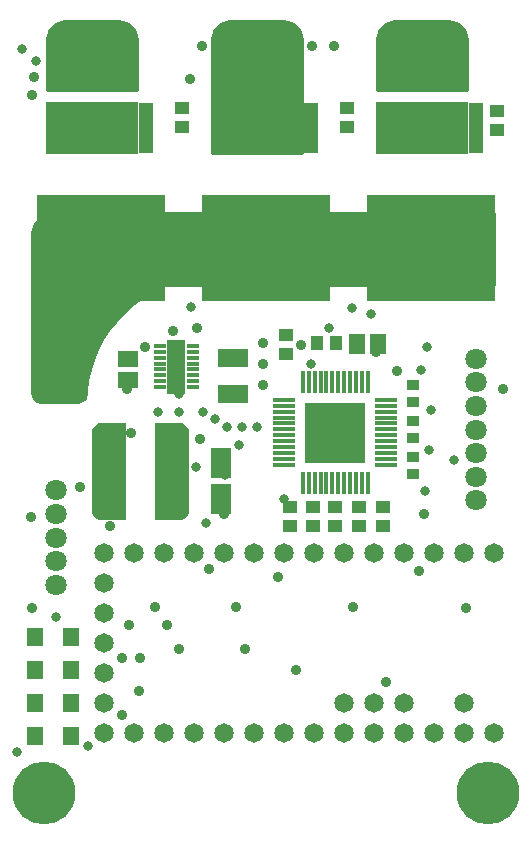
<source format=gts>
G04 Layer_Color=8388736*
%FSAX24Y24*%
%MOIN*%
G70*
G01*
G75*
%ADD49R,0.0560X0.0640*%
%ADD50R,0.1005X0.0592*%
G04:AMPARAMS|DCode=51|XSize=114.3mil|YSize=323mil|CornerRadius=57.2mil|HoleSize=0mil|Usage=FLASHONLY|Rotation=0.000|XOffset=0mil|YOffset=0mil|HoleType=Round|Shape=RoundedRectangle|*
%AMROUNDEDRECTD51*
21,1,0.1143,0.2087,0,0,0.0*
21,1,0.0000,0.3230,0,0,0.0*
1,1,0.1143,0.0000,-0.1043*
1,1,0.1143,0.0000,-0.1043*
1,1,0.1143,0.0000,0.1043*
1,1,0.1143,0.0000,0.1043*
%
%ADD51ROUNDEDRECTD51*%
%ADD52R,0.0474X0.0434*%
%ADD53R,0.2049X0.2049*%
%ADD54R,0.0729X0.0178*%
%ADD55R,0.0178X0.0729*%
%ADD56R,0.0690X0.1025*%
%ADD57R,0.0651X0.0533*%
%ADD58R,0.0414X0.0158*%
%ADD59R,0.0647X0.1792*%
%ADD60R,0.0434X0.0474*%
%ADD61R,0.0533X0.0651*%
%ADD62R,0.4253X0.3545*%
%ADD63R,0.0453X0.1674*%
%ADD64R,0.0434X0.0356*%
%ADD65R,0.3085X0.1780*%
%ADD66C,0.0710*%
%ADD67C,0.0650*%
%ADD68C,0.2090*%
%ADD69C,0.0360*%
%ADD70C,0.0320*%
%ADD71C,0.0180*%
G36*
X067805Y034340D02*
X067810Y034339D01*
X067815Y034337D01*
X067820Y034335D01*
X067824Y034332D01*
X067828Y034328D01*
X067832Y034324D01*
X067835Y034320D01*
X067837Y034315D01*
X067839Y034310D01*
X067840Y034305D01*
X067840Y034300D01*
Y031900D01*
X067840Y031895D01*
X067839Y031890D01*
X067837Y031885D01*
X067835Y031880D01*
X067832Y031876D01*
X067828Y031872D01*
X067824Y031868D01*
X067820Y031865D01*
X067815Y031863D01*
X067810Y031861D01*
X067805Y031860D01*
X067800Y031860D01*
X056723Y031860D01*
X056659Y031829D01*
X056446Y031713D01*
X056225Y031554D01*
X056156Y031496D01*
X056156Y031496D01*
X056155Y031495D01*
X056154Y031495D01*
X056153Y031494D01*
X056151Y031493D01*
X056039Y031420D01*
X055717Y031178D01*
X055450Y030934D01*
X055205Y030667D01*
X054985Y030380D01*
X054791Y030074D01*
X054624Y029753D01*
X054485Y029419D01*
X054376Y029074D01*
X054298Y028721D01*
X054257Y028399D01*
X054249Y028292D01*
X054249Y028292D01*
X054249Y028292D01*
X054249Y028292D01*
X054249Y028291D01*
X054247Y028256D01*
X054247Y028256D01*
X054246Y028255D01*
X054246Y028253D01*
X054246Y028251D01*
X054246Y028251D01*
X054246Y028250D01*
X054245Y028248D01*
X054244Y028246D01*
X054244Y028245D01*
X054244Y028245D01*
X054207Y028144D01*
X054207Y028143D01*
X054207Y028142D01*
X054206Y028140D01*
X054205Y028139D01*
X054205Y028138D01*
X054204Y028137D01*
X054204Y028136D01*
X054203Y028134D01*
X054202Y028134D01*
X054202Y028133D01*
X054151Y028067D01*
X054147Y028063D01*
X054143Y028059D01*
X054077Y028008D01*
X054074Y028006D01*
X054073Y028005D01*
X054068Y028003D01*
X053991Y027971D01*
X053986Y027969D01*
X053981Y027968D01*
X053919Y027960D01*
X053913Y027960D01*
X053893D01*
X052700Y027960D01*
X052700Y027960D01*
X052680D01*
X052675Y027960D01*
X052616Y027968D01*
X052616D01*
X052611Y027969D01*
X052610Y027970D01*
X052606Y027971D01*
X052606Y027971D01*
X052533Y028001D01*
X052533Y028001D01*
X052529Y028003D01*
X052524Y028006D01*
X052462Y028054D01*
X052458Y028058D01*
X052454Y028062D01*
X052406Y028124D01*
X052403Y028129D01*
X052401Y028133D01*
X052371Y028206D01*
X052371Y028206D01*
X052370Y028210D01*
X052369Y028211D01*
X052368Y028216D01*
Y028216D01*
X052360Y028275D01*
X052360Y028280D01*
Y028300D01*
Y033600D01*
Y033600D01*
Y033634D01*
X052360Y033636D01*
X052360Y033638D01*
X052370Y033741D01*
X052370Y033742D01*
X052371Y033744D01*
X052371Y033745D01*
X052371Y033746D01*
X052371Y033748D01*
X052372Y033749D01*
X052412Y033881D01*
X052412Y033882D01*
X052413Y033883D01*
X052413Y033884D01*
X052414Y033886D01*
X052414Y033887D01*
X052415Y033888D01*
X052480Y034010D01*
X052481Y034011D01*
X052481Y034012D01*
X052482Y034013D01*
X052483Y034014D01*
X052483Y034015D01*
X052484Y034016D01*
X052572Y034123D01*
X052573Y034124D01*
X052573Y034125D01*
X052574Y034126D01*
X052575Y034127D01*
X052576Y034127D01*
X052577Y034128D01*
X052684Y034216D01*
X052685Y034217D01*
X052686Y034217D01*
X052687Y034218D01*
X052688Y034219D01*
X052689Y034220D01*
X052690Y034220D01*
X052812Y034285D01*
X052813Y034286D01*
X052814Y034286D01*
X052816Y034287D01*
X052817Y034287D01*
X052818Y034288D01*
X052819Y034288D01*
X052951Y034328D01*
X052952Y034329D01*
X052954Y034329D01*
X052955Y034329D01*
X052956Y034329D01*
X052958Y034330D01*
X052959Y034330D01*
X053062Y034340D01*
X053064Y034340D01*
X053066Y034340D01*
X053100D01*
X067800Y034340D01*
X067805Y034340D01*
D02*
G37*
G36*
X055493Y027315D02*
X055499Y027314D01*
X055504Y027312D01*
X055508Y027310D01*
X055513Y027307D01*
X055517Y027303D01*
X055520Y027299D01*
X055523Y027295D01*
X055525Y027290D01*
X055527Y027285D01*
X055528Y027280D01*
X055528Y027275D01*
Y024125D01*
X055528Y024120D01*
X055527Y024115D01*
X055525Y024110D01*
X055523Y024105D01*
X055520Y024101D01*
X055517Y024097D01*
X055513Y024093D01*
X055508Y024090D01*
X055504Y024088D01*
X055499Y024086D01*
X055493Y024085D01*
X055488Y024085D01*
X054701D01*
X054696Y024085D01*
X054638Y024093D01*
X054633Y024094D01*
X054628Y024096D01*
X054556Y024126D01*
X054552Y024128D01*
X054547Y024131D01*
X054485Y024178D01*
X054482Y024182D01*
X054478Y024185D01*
X054431Y024247D01*
X054429Y024249D01*
X054428Y024252D01*
X054426Y024256D01*
X054396Y024328D01*
X054394Y024333D01*
X054393Y024338D01*
X054385Y024396D01*
X054385Y024401D01*
Y024420D01*
Y026980D01*
Y026999D01*
X054385Y027004D01*
X054393Y027062D01*
X054394Y027067D01*
X054396Y027072D01*
X054426Y027144D01*
X054428Y027148D01*
X054431Y027153D01*
X054478Y027215D01*
X054482Y027218D01*
X054485Y027222D01*
X054485Y027222D01*
X054547Y027269D01*
X054549Y027271D01*
X054552Y027272D01*
X054556Y027274D01*
X054628Y027304D01*
X054633Y027306D01*
X054638Y027307D01*
X054696Y027315D01*
X054701Y027315D01*
X054701D01*
X054701D01*
X054720Y027315D01*
X054720Y027315D01*
X055488D01*
X055493Y027315D01*
D02*
G37*
G36*
X057304D02*
X057362Y027307D01*
X057367Y027306D01*
X057372Y027304D01*
X057444Y027274D01*
X057448Y027272D01*
X057451Y027271D01*
X057453Y027269D01*
X057515Y027222D01*
X057518Y027218D01*
X057522Y027215D01*
X057569Y027153D01*
X057572Y027148D01*
X057574Y027144D01*
X057604Y027072D01*
X057606Y027067D01*
X057607Y027062D01*
X057615Y027004D01*
X057615Y026999D01*
Y026980D01*
Y024420D01*
Y024401D01*
X057615Y024396D01*
X057607Y024338D01*
X057606Y024333D01*
X057604Y024328D01*
X057574Y024256D01*
X057572Y024252D01*
X057571Y024249D01*
X057569Y024247D01*
X057522Y024185D01*
X057518Y024182D01*
X057515Y024178D01*
X057453Y024131D01*
X057448Y024128D01*
X057444Y024126D01*
X057372Y024096D01*
X057367Y024094D01*
X057362Y024093D01*
X057304Y024085D01*
X057299Y024085D01*
X056512D01*
X056507Y024085D01*
X056501Y024086D01*
X056496Y024088D01*
X056492Y024090D01*
X056487Y024093D01*
X056483Y024097D01*
X056480Y024101D01*
X056477Y024105D01*
X056475Y024110D01*
X056473Y024115D01*
X056472Y024120D01*
X056472Y024125D01*
Y027275D01*
X056472Y027280D01*
X056473Y027285D01*
X056475Y027290D01*
X056477Y027295D01*
X056480Y027299D01*
X056483Y027303D01*
X056487Y027307D01*
X056492Y027310D01*
X056496Y027312D01*
X056501Y027314D01*
X056507Y027315D01*
X056512Y027315D01*
X057299D01*
X057304Y027315D01*
D02*
G37*
G36*
X060831Y040740D02*
X060833Y040740D01*
X060922Y040731D01*
X060923Y040731D01*
X060924Y040731D01*
X060925Y040731D01*
X060927Y040730D01*
X060928Y040730D01*
X060929Y040730D01*
X061042Y040695D01*
X061044Y040695D01*
X061045Y040695D01*
X061046Y040694D01*
X061047Y040694D01*
X061048Y040693D01*
X061050Y040692D01*
X061154Y040637D01*
X061155Y040636D01*
X061156Y040635D01*
X061157Y040635D01*
X061158Y040634D01*
X061159Y040633D01*
X061160Y040632D01*
X061252Y040557D01*
X061253Y040556D01*
X061254Y040556D01*
X061255Y040555D01*
X061256Y040554D01*
X061256Y040553D01*
X061257Y040552D01*
X061332Y040460D01*
X061333Y040459D01*
X061334Y040458D01*
X061335Y040457D01*
X061335Y040456D01*
X061336Y040455D01*
X061337Y040454D01*
X061392Y040350D01*
X061393Y040348D01*
X061394Y040347D01*
X061394Y040346D01*
X061395Y040345D01*
X061395Y040344D01*
X061395Y040342D01*
X061430Y040229D01*
X061430Y040228D01*
X061430Y040227D01*
X061431Y040225D01*
X061431Y040224D01*
X061431Y040223D01*
X061431Y040222D01*
X061440Y040133D01*
X061440Y040131D01*
X061440Y040129D01*
X061440Y040100D01*
D01*
X061440Y036300D01*
X061440Y036295D01*
X061439Y036290D01*
X061437Y036285D01*
X061435Y036280D01*
X061432Y036276D01*
X061428Y036272D01*
X061424Y036268D01*
X061420Y036265D01*
X061415Y036263D01*
X061410Y036261D01*
X061405Y036260D01*
X061400Y036260D01*
X058400D01*
X058395Y036260D01*
X058390Y036261D01*
X058385Y036263D01*
X058380Y036265D01*
X058376Y036268D01*
X058372Y036272D01*
X058368Y036276D01*
X058365Y036280D01*
X058363Y036285D01*
X058361Y036290D01*
X058360Y036295D01*
X058360Y036300D01*
Y040100D01*
X058360Y040129D01*
X058360Y040131D01*
X058360Y040133D01*
X058369Y040222D01*
X058369Y040223D01*
X058369Y040224D01*
X058369Y040225D01*
X058370Y040227D01*
X058370Y040228D01*
X058370Y040229D01*
X058405Y040342D01*
X058405Y040344D01*
X058405Y040345D01*
X058406Y040346D01*
X058406Y040347D01*
X058407Y040348D01*
X058408Y040350D01*
X058463Y040454D01*
X058464Y040455D01*
X058465Y040456D01*
X058465Y040457D01*
X058466Y040458D01*
X058467Y040459D01*
X058468Y040460D01*
X058543Y040552D01*
X058544Y040553D01*
X058544Y040554D01*
X058545Y040555D01*
X058546Y040556D01*
X058547Y040556D01*
X058548Y040557D01*
X058640Y040632D01*
X058641Y040633D01*
X058642Y040634D01*
X058643Y040635D01*
X058644Y040635D01*
X058645Y040636D01*
X058646Y040637D01*
X058750Y040692D01*
X058752Y040693D01*
X058753Y040694D01*
X058754Y040694D01*
X058755Y040695D01*
X058756Y040695D01*
X058758Y040695D01*
X058871Y040730D01*
X058872Y040730D01*
X058873Y040730D01*
X058875Y040731D01*
X058876Y040731D01*
X058877Y040731D01*
X058878Y040731D01*
X058967Y040740D01*
X058969Y040740D01*
X058971Y040740D01*
X059000Y040740D01*
X060800Y040740D01*
X060800Y040740D01*
X060829Y040740D01*
X060831Y040740D01*
D02*
G37*
G36*
X066331Y040740D02*
X066333Y040740D01*
X066422Y040731D01*
X066423Y040731D01*
X066424Y040731D01*
X066425Y040731D01*
X066427Y040730D01*
X066428Y040730D01*
X066429Y040730D01*
X066542Y040695D01*
X066544Y040695D01*
X066545Y040695D01*
X066546Y040694D01*
X066547Y040694D01*
X066548Y040693D01*
X066550Y040692D01*
X066654Y040637D01*
X066655Y040636D01*
X066656Y040635D01*
X066657Y040635D01*
X066658Y040634D01*
X066659Y040633D01*
X066660Y040632D01*
X066752Y040557D01*
X066753Y040556D01*
X066754Y040556D01*
X066755Y040555D01*
X066756Y040554D01*
X066756Y040553D01*
X066757Y040552D01*
X066832Y040460D01*
X066833Y040459D01*
X066834Y040458D01*
X066835Y040457D01*
X066835Y040456D01*
X066836Y040455D01*
X066837Y040454D01*
X066892Y040350D01*
X066893Y040348D01*
X066894Y040347D01*
X066894Y040346D01*
X066895Y040345D01*
X066895Y040344D01*
X066895Y040342D01*
X066930Y040229D01*
X066930Y040228D01*
X066930Y040227D01*
X066931Y040225D01*
X066931Y040224D01*
X066931Y040223D01*
X066931Y040222D01*
X066940Y040133D01*
X066940Y040131D01*
X066940Y040129D01*
X066940Y040100D01*
D01*
X066940Y038400D01*
X066940Y038395D01*
X066939Y038390D01*
X066937Y038385D01*
X066935Y038380D01*
X066932Y038376D01*
X066928Y038372D01*
X066924Y038368D01*
X066920Y038365D01*
X066915Y038363D01*
X066910Y038361D01*
X066905Y038360D01*
X066900Y038360D01*
X063900D01*
X063895Y038360D01*
X063890Y038361D01*
X063885Y038363D01*
X063880Y038365D01*
X063876Y038368D01*
X063872Y038372D01*
X063868Y038376D01*
X063865Y038380D01*
X063863Y038385D01*
X063861Y038390D01*
X063860Y038395D01*
X063860Y038400D01*
Y040100D01*
Y040129D01*
X063860Y040131D01*
X063860Y040133D01*
X063869Y040222D01*
X063869Y040223D01*
X063869Y040224D01*
X063869Y040225D01*
X063870Y040227D01*
X063870Y040228D01*
X063870Y040229D01*
X063905Y040342D01*
X063905Y040344D01*
X063905Y040345D01*
X063906Y040346D01*
X063906Y040347D01*
X063907Y040348D01*
X063908Y040350D01*
X063963Y040454D01*
X063964Y040455D01*
X063965Y040456D01*
X063965Y040457D01*
X063966Y040458D01*
X063967Y040459D01*
X063968Y040460D01*
X064043Y040552D01*
X064044Y040553D01*
X064044Y040554D01*
X064045Y040555D01*
X064046Y040556D01*
X064047Y040556D01*
X064048Y040557D01*
X064140Y040632D01*
X064141Y040633D01*
X064142Y040634D01*
X064143Y040635D01*
X064144Y040635D01*
X064145Y040636D01*
X064146Y040637D01*
X064250Y040692D01*
X064252Y040693D01*
X064253Y040694D01*
X064254Y040694D01*
X064255Y040695D01*
X064256Y040695D01*
X064258Y040695D01*
X064371Y040730D01*
X064372Y040730D01*
X064373Y040730D01*
X064375Y040731D01*
X064376Y040731D01*
X064377Y040731D01*
X064378Y040731D01*
X064467Y040740D01*
X064469Y040740D01*
X064471Y040740D01*
X064500D01*
X066300Y040740D01*
D01*
X066329Y040740D01*
X066331Y040740D01*
D02*
G37*
G36*
X055331D02*
X055333Y040740D01*
X055422Y040731D01*
X055423Y040731D01*
X055424Y040731D01*
X055425Y040731D01*
X055427Y040730D01*
X055428Y040730D01*
X055429Y040730D01*
X055542Y040695D01*
X055544Y040695D01*
X055545Y040695D01*
X055546Y040694D01*
X055547Y040694D01*
X055548Y040693D01*
X055550Y040692D01*
X055654Y040637D01*
X055655Y040636D01*
X055656Y040635D01*
X055657Y040635D01*
X055658Y040634D01*
X055659Y040633D01*
X055660Y040632D01*
X055752Y040557D01*
X055753Y040556D01*
X055754Y040556D01*
X055755Y040555D01*
X055756Y040554D01*
X055756Y040553D01*
X055757Y040552D01*
X055832Y040460D01*
X055833Y040459D01*
X055834Y040458D01*
X055835Y040457D01*
X055835Y040456D01*
X055836Y040455D01*
X055837Y040454D01*
X055892Y040350D01*
X055893Y040348D01*
X055894Y040347D01*
X055894Y040346D01*
X055895Y040345D01*
X055895Y040344D01*
X055895Y040342D01*
X055930Y040229D01*
X055930Y040228D01*
X055930Y040227D01*
X055931Y040225D01*
X055931Y040224D01*
X055931Y040223D01*
X055931Y040222D01*
X055940Y040133D01*
X055940Y040131D01*
X055940Y040129D01*
X055940Y040100D01*
D01*
X055940Y038400D01*
X055940Y038395D01*
X055939Y038390D01*
X055937Y038385D01*
X055935Y038380D01*
X055932Y038376D01*
X055928Y038372D01*
X055924Y038368D01*
X055920Y038365D01*
X055915Y038363D01*
X055910Y038361D01*
X055905Y038360D01*
X055900Y038360D01*
X052900D01*
X052895Y038360D01*
X052890Y038361D01*
X052885Y038363D01*
X052880Y038365D01*
X052876Y038368D01*
X052872Y038372D01*
X052868Y038376D01*
X052865Y038380D01*
X052863Y038385D01*
X052861Y038390D01*
X052860Y038395D01*
X052860Y038400D01*
Y040100D01*
Y040129D01*
X052860Y040131D01*
X052860Y040133D01*
X052869Y040222D01*
X052869Y040223D01*
X052869Y040224D01*
X052869Y040225D01*
X052870Y040227D01*
X052870Y040228D01*
X052870Y040229D01*
X052905Y040342D01*
X052905Y040344D01*
X052905Y040345D01*
X052906Y040346D01*
X052906Y040347D01*
X052907Y040348D01*
X052908Y040350D01*
X052963Y040454D01*
X052964Y040455D01*
X052965Y040456D01*
X052965Y040457D01*
X052966Y040458D01*
X052967Y040459D01*
X052968Y040460D01*
X053043Y040552D01*
X053044Y040553D01*
X053044Y040554D01*
X053045Y040555D01*
X053046Y040556D01*
X053047Y040556D01*
X053048Y040557D01*
X053140Y040632D01*
X053141Y040633D01*
X053142Y040634D01*
X053143Y040635D01*
X053144Y040635D01*
X053145Y040636D01*
X053146Y040637D01*
X053250Y040692D01*
X053252Y040693D01*
X053253Y040694D01*
X053254Y040694D01*
X053255Y040695D01*
X053256Y040695D01*
X053258Y040695D01*
X053371Y040730D01*
X053372Y040730D01*
X053373Y040730D01*
X053375Y040731D01*
X053376Y040731D01*
X053377Y040731D01*
X053378Y040731D01*
X053467Y040740D01*
X053469Y040740D01*
X053471Y040740D01*
X053500D01*
X055300Y040740D01*
D01*
X055329Y040740D01*
X055331Y040740D01*
D02*
G37*
D49*
X053691Y016900D02*
D03*
X052500D02*
D03*
X053691Y018000D02*
D03*
X052500D02*
D03*
X053691Y020200D02*
D03*
X052500D02*
D03*
X053691Y019100D02*
D03*
X052500D02*
D03*
D50*
X059100Y028296D02*
D03*
Y029496D02*
D03*
D51*
X057043Y025700D02*
D03*
X054957D02*
D03*
D52*
X063300Y024515D02*
D03*
Y023885D02*
D03*
X062500Y024515D02*
D03*
Y023885D02*
D03*
X060850Y030265D02*
D03*
Y029635D02*
D03*
X057400Y037815D02*
D03*
Y037185D02*
D03*
X062900Y037815D02*
D03*
Y037185D02*
D03*
X067900Y037715D02*
D03*
Y037085D02*
D03*
X061000Y024515D02*
D03*
Y023885D02*
D03*
X061750Y024515D02*
D03*
Y023885D02*
D03*
X064100Y024515D02*
D03*
Y023885D02*
D03*
D53*
X062500Y027000D02*
D03*
D54*
X060800Y028089D02*
D03*
Y027893D02*
D03*
Y027696D02*
D03*
Y027499D02*
D03*
Y027302D02*
D03*
Y027105D02*
D03*
Y026908D02*
D03*
Y026711D02*
D03*
Y026515D02*
D03*
Y026318D02*
D03*
Y026121D02*
D03*
Y025924D02*
D03*
X064186D02*
D03*
Y026121D02*
D03*
Y026318D02*
D03*
Y026515D02*
D03*
Y026711D02*
D03*
Y026908D02*
D03*
Y027105D02*
D03*
Y027302D02*
D03*
Y027499D02*
D03*
Y027696D02*
D03*
Y027893D02*
D03*
Y028089D02*
D03*
D55*
X061410Y025314D02*
D03*
X061607D02*
D03*
X061804D02*
D03*
X062001D02*
D03*
X062198D02*
D03*
X062394D02*
D03*
X062591D02*
D03*
X062788D02*
D03*
X062985D02*
D03*
X063182D02*
D03*
X063379D02*
D03*
X063576D02*
D03*
Y028700D02*
D03*
X063379D02*
D03*
X063182D02*
D03*
X062985D02*
D03*
X062788D02*
D03*
X062591D02*
D03*
X062394D02*
D03*
X062198D02*
D03*
X062001D02*
D03*
X061804D02*
D03*
X061607D02*
D03*
X061410D02*
D03*
D56*
X058700Y024800D02*
D03*
Y026000D02*
D03*
D57*
X055600Y029454D02*
D03*
Y028746D02*
D03*
D58*
X056651Y029889D02*
D03*
Y029692D02*
D03*
Y029495D02*
D03*
Y029298D02*
D03*
Y029102D02*
D03*
Y028905D02*
D03*
Y028708D02*
D03*
Y028511D02*
D03*
X057749Y029889D02*
D03*
Y029692D02*
D03*
Y029495D02*
D03*
Y029298D02*
D03*
Y029102D02*
D03*
Y028905D02*
D03*
Y028708D02*
D03*
Y028511D02*
D03*
D59*
X057200Y029200D02*
D03*
D60*
X062515Y030000D02*
D03*
X061885D02*
D03*
D61*
X063915Y029962D02*
D03*
X063206D02*
D03*
D62*
X054700Y033145D02*
D03*
X065700D02*
D03*
X060200D02*
D03*
D63*
X053200Y037161D02*
D03*
X053700D02*
D03*
X054200D02*
D03*
X055200D02*
D03*
X055700D02*
D03*
X056200D02*
D03*
X064200D02*
D03*
X064700D02*
D03*
X065200D02*
D03*
X066200D02*
D03*
X066700D02*
D03*
X067200D02*
D03*
X058700D02*
D03*
X059200D02*
D03*
X059700D02*
D03*
X060700D02*
D03*
X061200D02*
D03*
X061700D02*
D03*
D64*
X065100Y025624D02*
D03*
Y026176D02*
D03*
Y026824D02*
D03*
Y027376D02*
D03*
Y028024D02*
D03*
Y028576D02*
D03*
D65*
X054397Y037150D02*
D03*
X065397D02*
D03*
D66*
X053200Y025080D02*
D03*
Y024290D02*
D03*
Y023500D02*
D03*
Y022713D02*
D03*
Y021925D02*
D03*
X067200Y025525D02*
D03*
Y029462D02*
D03*
Y028675D02*
D03*
Y027887D02*
D03*
Y027097D02*
D03*
Y026307D02*
D03*
Y024738D02*
D03*
D67*
X067800Y023000D02*
D03*
X066800D02*
D03*
X065800D02*
D03*
X064800D02*
D03*
X063800D02*
D03*
X062800D02*
D03*
X061800D02*
D03*
X060800D02*
D03*
X059800D02*
D03*
X058800D02*
D03*
X057800D02*
D03*
X056800D02*
D03*
X055800D02*
D03*
X054800D02*
D03*
Y022000D02*
D03*
Y021000D02*
D03*
Y020000D02*
D03*
Y019000D02*
D03*
Y018000D02*
D03*
Y017000D02*
D03*
X055800D02*
D03*
X056800D02*
D03*
X057800D02*
D03*
X058800D02*
D03*
X059800D02*
D03*
X060800D02*
D03*
X061800D02*
D03*
X062800D02*
D03*
X063800D02*
D03*
X064800D02*
D03*
X065800D02*
D03*
X066800D02*
D03*
X067800D02*
D03*
X066800Y018000D02*
D03*
X064800D02*
D03*
X063800D02*
D03*
X062800D02*
D03*
D68*
X052800Y015000D02*
D03*
X067600D02*
D03*
D69*
X052350Y024200D02*
D03*
X064550Y029050D02*
D03*
X066850Y021150D02*
D03*
X055000Y023900D02*
D03*
X052400Y021150D02*
D03*
X055950Y018400D02*
D03*
X065450Y024270D02*
D03*
X061356Y029923D02*
D03*
X055550Y028450D02*
D03*
X068100D02*
D03*
X057650Y038800D02*
D03*
X062450Y039900D02*
D03*
X061719Y039900D02*
D03*
X058050D02*
D03*
X052450Y038850D02*
D03*
X053300Y039500D02*
D03*
X052400Y038250D02*
D03*
X054000Y025200D02*
D03*
X055400Y017600D02*
D03*
X058900Y037500D02*
D03*
X059600D02*
D03*
X060300D02*
D03*
X061000D02*
D03*
X063850Y029700D02*
D03*
X065300Y022400D02*
D03*
X063100Y021200D02*
D03*
X058000Y026800D02*
D03*
X058800Y024300D02*
D03*
X060100Y028600D02*
D03*
Y030000D02*
D03*
Y029300D02*
D03*
X056165Y029854D02*
D03*
X057100Y030400D02*
D03*
X055700Y027000D02*
D03*
X057900Y030500D02*
D03*
X055612Y020600D02*
D03*
X057300Y019800D02*
D03*
X056900Y020600D02*
D03*
X056500Y021200D02*
D03*
X064200Y018700D02*
D03*
X055400Y019500D02*
D03*
X059200Y021200D02*
D03*
X056000Y019500D02*
D03*
X058276Y022459D02*
D03*
X060600Y022200D02*
D03*
X059500Y019800D02*
D03*
X061200Y019100D02*
D03*
X053100Y029600D02*
D03*
X053800D02*
D03*
Y029000D02*
D03*
X053100D02*
D03*
Y028400D02*
D03*
X053800D02*
D03*
X054000Y039500D02*
D03*
X054700D02*
D03*
X055400D02*
D03*
X066500D02*
D03*
X065800D02*
D03*
X065100D02*
D03*
X064400D02*
D03*
X055400Y037500D02*
D03*
X054700D02*
D03*
X054000D02*
D03*
X053300D02*
D03*
X066500D02*
D03*
X065800D02*
D03*
X065100D02*
D03*
X064400D02*
D03*
D70*
X063700Y030950D02*
D03*
X065700Y027750D02*
D03*
X062300Y030500D02*
D03*
X066450Y026100D02*
D03*
X053200Y020850D02*
D03*
X053691Y020200D02*
D03*
X059300Y026600D02*
D03*
X065628Y026422D02*
D03*
X051900Y016350D02*
D03*
X054250Y016561D02*
D03*
X052050Y039800D02*
D03*
X052529Y039371D02*
D03*
X065550Y029850D02*
D03*
X065350Y029100D02*
D03*
X063050Y031150D02*
D03*
X065500Y025050D02*
D03*
X057700Y031200D02*
D03*
X058817Y025583D02*
D03*
X057300Y028300D02*
D03*
X058100Y027700D02*
D03*
X057300D02*
D03*
X059400Y027200D02*
D03*
X059900D02*
D03*
X057834Y025850D02*
D03*
X058200Y024000D02*
D03*
X060800Y024800D02*
D03*
X061700Y029300D02*
D03*
X058494Y027445D02*
D03*
X056600Y027700D02*
D03*
X058900Y027200D02*
D03*
X053691Y019100D02*
D03*
Y018000D02*
D03*
Y016900D02*
D03*
D71*
X061673Y027827D02*
D03*
X061909D02*
D03*
X062146D02*
D03*
X062382D02*
D03*
X062618D02*
D03*
X062854D02*
D03*
X063091D02*
D03*
X063327D02*
D03*
Y027591D02*
D03*
X063091D02*
D03*
X062854D02*
D03*
X062618D02*
D03*
X062382D02*
D03*
X062146D02*
D03*
X061909D02*
D03*
X061673D02*
D03*
X063327Y027354D02*
D03*
X063091D02*
D03*
X062854D02*
D03*
X062618D02*
D03*
X062382D02*
D03*
X062146D02*
D03*
X061909D02*
D03*
X061673D02*
D03*
X063327Y027118D02*
D03*
X063091D02*
D03*
X062854D02*
D03*
X062618D02*
D03*
X062382D02*
D03*
X062146D02*
D03*
X061909D02*
D03*
X061673D02*
D03*
X063327Y026882D02*
D03*
X063091D02*
D03*
X062854D02*
D03*
X062618D02*
D03*
X062382D02*
D03*
X062146D02*
D03*
X061909D02*
D03*
X061673D02*
D03*
X063327Y026646D02*
D03*
X063091D02*
D03*
X062854D02*
D03*
X062618D02*
D03*
X062382D02*
D03*
X062146D02*
D03*
X061909D02*
D03*
X061673D02*
D03*
X063327Y026409D02*
D03*
X063091D02*
D03*
X062854D02*
D03*
X062618D02*
D03*
X062382D02*
D03*
X062146D02*
D03*
X061909D02*
D03*
X061673D02*
D03*
X063327Y026173D02*
D03*
X063091D02*
D03*
X062854D02*
D03*
X062618D02*
D03*
X062382D02*
D03*
X062146D02*
D03*
X061909D02*
D03*
X061673D02*
D03*
M02*

</source>
